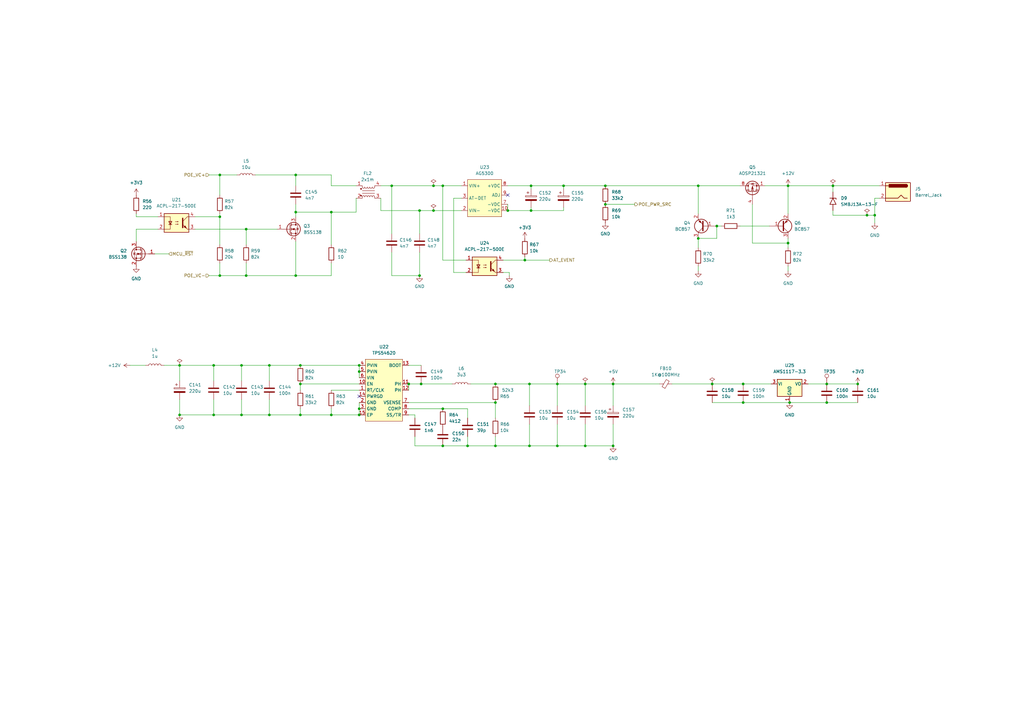
<source format=kicad_sch>
(kicad_sch (version 20211123) (generator eeschema)
  (paper "A3")
  (title_block (title "Kirdy") (date "2022-07-03") (rev "r0.1") (company "M-Labs") (comment 1 "Alex Wong Tat Hang"))
  (lib_symbols
    (symbol "Connector:Barrel_Jack" (pin_names (offset 1.016))
      (property "Reference" "J" (at 0 5.334 0))
      (property "Value" "Barrel_Jack" (at 0 -5.08 0))
      (symbol "Barrel_Jack_0_1"
        (rectangle (start -5.08 3.81) (end 5.08 -3.81) (stroke (width 0.254)) (fill (type background)))
        (arc (start -3.302 3.175) (mid -3.937 2.54) (end -3.302 1.905) (stroke (width 0.254)))
        (arc (start -3.302 3.175) (mid -3.937 2.54) (end -3.302 1.905) (stroke (width 0.254)) (fill (type outline)))
        (polyline (pts (xy 5.08 2.54) (xy 3.81 2.54)) (stroke (width 0.254)))
        (polyline (pts (xy -3.81 -2.54) (xy -2.54 -2.54) (xy -1.27 -1.27) (xy 0 -2.54) (xy 2.54 -2.54) (xy 5.08 -2.54)) (stroke (width 0.254)))
        (rectangle (start 3.683 3.175) (end -3.302 1.905) (stroke (width 0.254)) (fill (type outline)))
      )
      (symbol "Barrel_Jack_1_1"
        (pin passive line (at 7.62 2.54 180) (length 2.54) (name "~") (number "1"))
        (pin passive line (at 7.62 -2.54 180) (length 2.54) (name "~") (number "2"))
      )
    )
    (symbol "Connector:TestPoint" (pin_numbers hide) (pin_names (offset 0.762) hide)
      (property "Reference" "TP" (at 0 6.858 0))
      (property "Value" "TestPoint" (at 0 5.08 0))
      (symbol "TestPoint_0_1"
        (circle (center 0 3.302) (radius 0.762))
      )
      (symbol "TestPoint_1_1"
        (pin passive line (at 0 0 90) (length 2.54) (name "1") (number "1"))
      )
    )
    (symbol "Device:C" (pin_numbers hide) (pin_names (offset 0.254))
      (property "Reference" "C" (at 0.635 2.54 0))
      (property "Value" "C" (at 0.635 -2.54 0))
      (symbol "C_0_1"
        (polyline (pts (xy -2.032 -0.762) (xy 2.032 -0.762)) (stroke (width 0.508)))
        (polyline (pts (xy -2.032 0.762) (xy 2.032 0.762)) (stroke (width 0.508)))
      )
      (symbol "C_1_1"
        (pin passive line (at 0 3.81 270) (length 2.794) (name "~") (number "1"))
        (pin passive line (at 0 -3.81 90) (length 2.794) (name "~") (number "2"))
      )
    )
    (symbol "Device:C_Polarized" (pin_numbers hide) (pin_names (offset 0.254))
      (property "Reference" "C" (at 0.635 2.54 0))
      (property "Value" "C_Polarized" (at 0.635 -2.54 0))
      (symbol "C_Polarized_0_1"
        (rectangle (start -2.286 0.508) (end 2.286 1.016))
        (polyline (pts (xy -1.778 2.286) (xy -0.762 2.286)))
        (polyline (pts (xy -1.27 2.794) (xy -1.27 1.778)))
        (rectangle (start 2.286 -0.508) (end -2.286 -1.016) (fill (type outline)))
      )
      (symbol "C_Polarized_1_1"
        (pin passive line (at 0 3.81 270) (length 2.794) (name "~") (number "1"))
        (pin passive line (at 0 -3.81 90) (length 2.794) (name "~") (number "2"))
      )
    )
    (symbol "Device:FerriteBead_Small" (pin_numbers hide) (pin_names (offset 0))
      (property "Reference" "FB" (at 1.905 1.27 0))
      (property "Value" "FerriteBead_Small" (at 1.905 -1.27 0))
      (symbol "FerriteBead_Small_0_1"
        (polyline (pts (xy 0 -1.27) (xy 0 -0.7874)))
        (polyline (pts (xy 0 0.889) (xy 0 1.2954)))
        (polyline (pts (xy -1.8288 0.2794) (xy -1.1176 1.4986) (xy 1.8288 -0.2032) (xy 1.1176 -1.4224) (xy -1.8288 0.2794)))
      )
      (symbol "FerriteBead_Small_1_1"
        (pin passive line (at 0 2.54 270) (length 1.27) (name "~") (number "1"))
        (pin passive line (at 0 -2.54 90) (length 1.27) (name "~") (number "2"))
      )
    )
    (symbol "Device:Filter_EMI_LL_1423" (pin_names hide)
      (property "Reference" "FL" (at 0 4.445 0))
      (property "Value" "Filter_EMI_LL_1423" (at 0 -4.445 0))
      (symbol "Filter_EMI_LL_1423_0_1"
        (circle (center -3.048 -1.27) (radius 0.254) (fill (type outline)))
        (circle (center -3.048 1.524) (radius 0.254) (fill (type outline)))
        (arc (start -2.54 2.032) (mid -2.032 1.524) (end -1.524 2.032))
        (arc (start -1.524 -2.032) (mid -2.032 -1.524) (end -2.54 -2.032))
        (arc (start -1.524 2.032) (mid -1.016 1.524) (end -0.508 2.032))
        (arc (start -0.508 -2.032) (mid -1.016 -1.524) (end -1.524 -2.032))
        (arc (start -0.508 2.032) (mid 0 1.524) (end 0.508 2.032))
        (polyline (pts (xy -2.54 -2.032) (xy -2.54 -2.54)))
        (polyline (pts (xy -2.54 0.508) (xy 2.54 0.508)))
        (polyline (pts (xy -2.54 2.032) (xy -2.54 2.54)))
        (polyline (pts (xy 2.54 -2.032) (xy 2.54 -2.54)))
        (polyline (pts (xy 2.54 -0.508) (xy -2.54 -0.508)))
        (polyline (pts (xy 2.54 2.54) (xy 2.54 2.032)))
        (arc (start 0.508 -2.032) (mid 0 -1.524) (end -0.508 -2.032))
        (arc (start 0.508 2.032) (mid 1.016 1.524) (end 1.524 2.032))
        (arc (start 1.524 -2.032) (mid 1.016 -1.524) (end 0.508 -2.032))
        (arc (start 1.524 2.032) (mid 2.032 1.524) (end 2.54 2.032))
        (arc (start 2.54 -2.032) (mid 2.032 -1.524) (end 1.524 -2.032))
      )
      (symbol "Filter_EMI_LL_1423_1_1"
        (pin passive line (at -5.08 -2.54 0) (length 2.54) (name "1") (number "1"))
        (pin passive line (at -5.08 2.54 0) (length 2.54) (name "2") (number "2"))
        (pin passive line (at 5.08 2.54 180) (length 2.54) (name "3") (number "3"))
        (pin passive line (at 5.08 -2.54 180) (length 2.54) (name "4") (number "4"))
      )
    )
    (symbol "Device:L" (pin_numbers hide) (pin_names (offset 1.016) hide)
      (property "Reference" "L" (at -1.27 0 90))
      (property "Value" "L" (at 1.905 0 90))
      (symbol "L_0_1"
        (arc (start 0 -2.54) (mid 0.635 -1.905) (end 0 -1.27))
        (arc (start 0 -1.27) (mid 0.635 -0.635) (end 0 0))
        (arc (start 0 0) (mid 0.635 0.635) (end 0 1.27))
        (arc (start 0 1.27) (mid 0.635 1.905) (end 0 2.54))
      )
      (symbol "L_1_1"
        (pin passive line (at 0 3.81 270) (length 1.27) (name "1") (number "1"))
        (pin passive line (at 0 -3.81 90) (length 1.27) (name "2") (number "2"))
      )
    )
    (symbol "Device:R" (pin_numbers hide) (pin_names (offset 0))
      (property "Reference" "R" (at 2.032 0 90))
      (property "Value" "R" (at 0 0 90))
      (symbol "R_0_1"
        (rectangle (start -1.016 -2.54) (end 1.016 2.54) (stroke (width 0.254)))
      )
      (symbol "R_1_1"
        (pin passive line (at 0 3.81 270) (length 1.27) (name "~") (number "1"))
        (pin passive line (at 0 -3.81 90) (length 1.27) (name "~") (number "2"))
      )
    )
    (symbol "Diode:SM6T15A" (pin_numbers hide) (pin_names (offset 1.016) hide)
      (property "Reference" "D" (at 0 2.54 0))
      (property "Value" "SM6T15A" (at 0 -2.54 0))
      (symbol "SM6T15A_0_1"
        (polyline (pts (xy -0.762 1.27) (xy -1.27 1.27) (xy -1.27 -1.27)) (stroke (width 0.254)))
        (polyline (pts (xy 1.27 1.27) (xy 1.27 -1.27) (xy -1.27 0) (xy 1.27 1.27)) (stroke (width 0.254)))
      )
      (symbol "SM6T15A_1_1"
        (pin passive line (at -3.81 0 0) (length 2.54) (name "A1") (number "1"))
        (pin passive line (at 3.81 0 180) (length 2.54) (name "A2") (number "2"))
      )
    )
    (symbol "Isolator:SFH617A-2X009T"
      (property "Reference" "U" (at -3.81 5.08 0))
      (property "Value" "SFH617A-2X009T" (at 0 -5.08 0))
      (symbol "SFH617A-2X009T_1_1"
        (rectangle (start -5.08 3.81) (end 5.08 -3.81) (stroke (width 0.254)) (fill (type background)))
        (polyline (pts (xy -3.175 -0.635) (xy -1.905 -0.635)) (stroke (width 0.254)))
        (polyline (pts (xy 2.54 0.635) (xy 4.445 2.54)))
        (polyline (pts (xy 4.445 -2.54) (xy 2.54 -0.635)) (fill (type outline)))
        (polyline (pts (xy 4.445 -2.54) (xy 5.08 -2.54)))
        (polyline (pts (xy 4.445 2.54) (xy 5.08 2.54)))
        (polyline (pts (xy -5.08 2.54) (xy -2.54 2.54) (xy -2.54 -0.762)))
        (polyline (pts (xy -2.54 -0.635) (xy -2.54 -2.54) (xy -5.08 -2.54)))
        (polyline (pts (xy 2.54 1.905) (xy 2.54 -1.905) (xy 2.54 -1.905)) (stroke (width 0.508)))
        (polyline (pts (xy -2.54 -0.635) (xy -3.175 0.635) (xy -1.905 0.635) (xy -2.54 -0.635)) (stroke (width 0.254)))
        (polyline (pts (xy -0.508 -0.508) (xy 0.762 -0.508) (xy 0.381 -0.635) (xy 0.381 -0.381) (xy 0.762 -0.508)))
        (polyline (pts (xy -0.508 0.508) (xy 0.762 0.508) (xy 0.381 0.381) (xy 0.381 0.635) (xy 0.762 0.508)))
        (polyline (pts (xy 3.048 -1.651) (xy 3.556 -1.143) (xy 4.064 -2.159) (xy 3.048 -1.651) (xy 3.048 -1.651)) (fill (type outline)))
        (pin passive line (at -7.62 2.54 0) (length 2.54) (name "~") (number "1"))
        (pin passive line (at -7.62 -2.54 0) (length 2.54) (name "~") (number "2"))
        (pin passive line (at 7.62 -2.54 180) (length 2.54) (name "~") (number "3"))
        (pin passive line (at 7.62 2.54 180) (length 2.54) (name "~") (number "4"))
      )
    )
    (symbol "Regulator_Linear:AMS1117-3.3" (pin_names (offset 0.254))
      (property "Reference" "U" (at -3.81 3.175 0))
      (property "Value" "AMS1117-3.3" (at 0 3.175 0))
      (symbol "AMS1117-3.3_0_1"
        (rectangle (start -5.08 -5.08) (end 5.08 1.905) (stroke (width 0.254)) (fill (type background)))
      )
      (symbol "AMS1117-3.3_1_1"
        (pin power_in line (at 0 -7.62 90) (length 2.54) (name "GND") (number "1"))
        (pin power_out line (at 7.62 0 180) (length 2.54) (name "VO") (number "2"))
        (pin power_in line (at -7.62 0 0) (length 2.54) (name "VI") (number "3"))
      )
    )
    (symbol "Transistor_BJT:BC857" (pin_names (offset 0) hide)
      (property "Reference" "Q" (at 5.08 1.905 0))
      (property "Value" "BC857" (at 5.08 0 0))
      (symbol "BC857_0_1"
        (polyline (pts (xy 0.635 0.635) (xy 2.54 2.54)))
        (polyline (pts (xy 0.635 -0.635) (xy 2.54 -2.54) (xy 2.54 -2.54)))
        (polyline (pts (xy 0.635 1.905) (xy 0.635 -1.905) (xy 0.635 -1.905)) (stroke (width 0.508)))
        (polyline (pts (xy 2.286 -1.778) (xy 1.778 -2.286) (xy 1.27 -1.27) (xy 2.286 -1.778) (xy 2.286 -1.778)) (fill (type outline)))
        (circle (center 1.27 0) (radius 2.8194) (stroke (width 0.254)))
      )
      (symbol "BC857_1_1"
        (pin input line (at -5.08 0 0) (length 5.715) (name "B") (number "1"))
        (pin passive line (at 2.54 -5.08 90) (length 2.54) (name "E") (number "2"))
        (pin passive line (at 2.54 5.08 270) (length 2.54) (name "C") (number "3"))
      )
    )
    (symbol "Transistor_FET:BSS138" (pin_names hide)
      (property "Reference" "Q" (at 5.08 1.905 0))
      (property "Value" "BSS138" (at 5.08 0 0))
      (symbol "BSS138_0_1"
        (polyline (pts (xy 0.254 0) (xy -2.54 0)))
        (polyline (pts (xy 0.254 1.905) (xy 0.254 -1.905)) (stroke (width 0.254)))
        (polyline (pts (xy 0.762 -1.27) (xy 0.762 -2.286)) (stroke (width 0.254)))
        (polyline (pts (xy 0.762 0.508) (xy 0.762 -0.508)) (stroke (width 0.254)))
        (polyline (pts (xy 0.762 2.286) (xy 0.762 1.27)) (stroke (width 0.254)))
        (polyline (pts (xy 2.54 2.54) (xy 2.54 1.778)))
        (polyline (pts (xy 2.54 -2.54) (xy 2.54 0) (xy 0.762 0)))
        (polyline (pts (xy 0.762 -1.778) (xy 3.302 -1.778) (xy 3.302 1.778) (xy 0.762 1.778)))
        (polyline (pts (xy 1.016 0) (xy 2.032 0.381) (xy 2.032 -0.381) (xy 1.016 0)) (fill (type outline)))
        (polyline (pts (xy 2.794 0.508) (xy 2.921 0.381) (xy 3.683 0.381) (xy 3.81 0.254)))
        (polyline (pts (xy 3.302 0.381) (xy 2.921 -0.254) (xy 3.683 -0.254) (xy 3.302 0.381)))
        (circle (center 1.651 0) (radius 2.794) (stroke (width 0.254)))
        (circle (center 2.54 -1.778) (radius 0.254) (fill (type outline)))
        (circle (center 2.54 1.778) (radius 0.254) (fill (type outline)))
      )
      (symbol "BSS138_1_1"
        (pin input line (at -5.08 0 0) (length 2.54) (name "G") (number "1"))
        (pin passive line (at 2.54 -5.08 90) (length 2.54) (name "S") (number "2"))
        (pin passive line (at 2.54 5.08 270) (length 2.54) (name "D") (number "3"))
      )
    )
    (symbol "Transistor_FET:FDS9435A" (pin_names hide)
      (property "Reference" "Q" (at 5.08 1.905 0))
      (property "Value" "FDS9435A" (at 5.08 0 0))
      (symbol "FDS9435A_0_1"
        (polyline (pts (xy 0.254 0) (xy -2.54 0)))
        (polyline (pts (xy 0.254 1.905) (xy 0.254 -1.905)) (stroke (width 0.254)))
        (polyline (pts (xy 0.762 -1.27) (xy 0.762 -2.286)) (stroke (width 0.254)))
        (polyline (pts (xy 0.762 0.508) (xy 0.762 -0.508)) (stroke (width 0.254)))
        (polyline (pts (xy 0.762 2.286) (xy 0.762 1.27)) (stroke (width 0.254)))
        (polyline (pts (xy 2.54 2.54) (xy 2.54 1.778)))
        (polyline (pts (xy 2.54 -2.54) (xy 2.54 0) (xy 0.762 0)))
        (polyline (pts (xy 0.762 1.778) (xy 3.302 1.778) (xy 3.302 -1.778) (xy 0.762 -1.778)))
        (polyline (pts (xy 2.286 0) (xy 1.27 0.381) (xy 1.27 -0.381) (xy 2.286 0)) (fill (type outline)))
        (polyline (pts (xy 2.794 -0.508) (xy 2.921 -0.381) (xy 3.683 -0.381) (xy 3.81 -0.254)))
        (polyline (pts (xy 3.302 -0.381) (xy 2.921 0.254) (xy 3.683 0.254) (xy 3.302 -0.381)))
        (circle (center 1.651 0) (radius 2.794) (stroke (width 0.254)))
        (circle (center 2.54 -1.778) (radius 0.254) (fill (type outline)))
        (circle (center 2.54 1.778) (radius 0.254) (fill (type outline)))
      )
      (symbol "FDS9435A_1_1"
        (pin passive line (at 2.54 -5.08 90) (length 2.54) (name "S") (number "1"))
        (pin passive line (at 2.54 -5.08 90) (length 2.54) hide (name "S") (number "2"))
        (pin passive line (at 2.54 -5.08 90) (length 2.54) hide (name "S") (number "3"))
        (pin passive line (at -5.08 0 0) (length 2.54) (name "G") (number "4"))
        (pin passive line (at 2.54 5.08 270) (length 2.54) hide (name "D") (number "5"))
        (pin passive line (at 2.54 5.08 270) (length 2.54) hide (name "D") (number "6"))
        (pin passive line (at 2.54 5.08 270) (length 2.54) hide (name "D") (number "7"))
        (pin passive line (at 2.54 5.08 270) (length 2.54) (name "D") (number "8"))
      )
    )
    (symbol "kirdy:AG5300"
      (property "Reference" "U" (at 6.35 -6.35 0))
      (property "Value" "AG5300" (at -2.54 -6.35 0))
      (symbol "AG5300_0_0"
        (pin power_in line (at -8.89 7.62 0) (length 2.54) (name "VIN+") (number "1"))
        (pin power_out line (at 10.16 -2.54 180) (length 2.54) (name "-VDC") (number "10"))
        (pin power_in line (at -8.89 -2.54 0) (length 2.54) (name "VIN-") (number "2"))
        (pin output line (at -8.89 2.54 0) (length 2.54) (name "AT-DET") (number "3"))
        (pin no_connect line (at -0.635 5.715 90) (length 2.54) hide (name "NC") (number "4"))
        (pin no_connect line (at 0.635 5.715 90) (length 2.54) hide (name "NC") (number "5"))
        (pin no_connect line (at 1.905 5.715 90) (length 2.54) hide (name "NC") (number "6"))
        (pin passive line (at 10.16 0 180) (length 2.54) (name "-VDC") (number "7"))
        (pin power_out line (at 10.16 7.62 180) (length 2.54) (name "+VDC") (number "8"))
        (pin input line (at 10.16 3.81 180) (length 2.54) (name "ADJ") (number "9"))
      )
      (symbol "AG5300_0_1"
        (rectangle (start -6.35 10.16) (end 7.62 -5.08) (fill (type background)))
      )
    )
    (symbol "kirdy:TPS54620"
      (property "Reference" "U" (at 0 -17.78 0))
      (property "Value" "TPS54620" (at 0 -15.24 0))
      (symbol "TPS54620_0_0"
        (pin input line (at -10.16 0 0) (length 2.54) (name "RT/CLK") (number "1"))
        (pin input line (at -10.16 2.54 0) (length 2.54) (name "EN") (number "10"))
        (pin power_out line (at 10.16 2.54 180) (length 2.54) (name "PH") (number "11"))
        (pin passive line (at 10.16 0 180) (length 2.54) (name "PH") (number "12"))
        (pin input line (at 10.16 10.16 180) (length 2.54) (name "BOOT") (number "13"))
        (pin output line (at -10.16 -2.54 0) (length 2.54) (name "PWRGD") (number "14"))
        (pin power_in line (at -10.16 -10.16 0) (length 2.54) (name "EP") (number "15"))
        (pin power_in line (at -10.16 -5.08 0) (length 2.54) (name "GND") (number "2"))
        (pin power_in line (at -10.16 -7.62 0) (length 2.54) (name "GND") (number "3"))
        (pin power_in line (at -10.16 10.16 0) (length 2.54) (name "PVIN") (number "4"))
        (pin power_in line (at -10.16 7.62 0) (length 2.54) (name "PVIN") (number "5"))
        (pin power_in line (at -10.16 5.08 0) (length 2.54) (name "VIN") (number "6"))
        (pin input line (at 10.16 -5.08 180) (length 2.54) (name "VSENSE") (number "7"))
        (pin output line (at 10.16 -7.62 180) (length 2.54) (name "COMP") (number "8"))
        (pin output line (at 10.16 -10.16 180) (length 2.54) (name "SS/TR") (number "9"))
      )
      (symbol "TPS54620_0_1"
        (rectangle (start -7.62 12.7) (end 7.62 -12.7) (fill (type background)))
      )
    )
    (symbol "power:+12V" (power) (pin_names (offset 0))
      (property "Value" "+12V" (at 0 3.556 0))
      (symbol "+12V_0_1"
        (polyline (pts (xy -0.762 1.27) (xy 0 2.54)))
        (polyline (pts (xy 0 0) (xy 0 2.54)))
        (polyline (pts (xy 0 2.54) (xy 0.762 1.27)))
      )
      (symbol "+12V_1_1"
        (pin power_in line (at 0 0 90) (length 0) hide (name "+12V") (number "1"))
      )
    )
    (symbol "power:+3V3" (power) (pin_names (offset 0))
      (property "Value" "+3V3" (at 0 3.556 0))
      (symbol "+3V3_0_1"
        (polyline (pts (xy -0.762 1.27) (xy 0 2.54)))
        (polyline (pts (xy 0 0) (xy 0 2.54)))
        (polyline (pts (xy 0 2.54) (xy 0.762 1.27)))
      )
      (symbol "+3V3_1_1"
        (pin power_in line (at 0 0 90) (length 0) hide (name "+3V3") (number "1"))
      )
    )
    (symbol "power:+5V" (power) (pin_names (offset 0))
      (property "Value" "+5V" (at 0 3.556 0))
      (symbol "+5V_0_1"
        (polyline (pts (xy -0.762 1.27) (xy 0 2.54)))
        (polyline (pts (xy 0 0) (xy 0 2.54)))
        (polyline (pts (xy 0 2.54) (xy 0.762 1.27)))
      )
      (symbol "+5V_1_1"
        (pin power_in line (at 0 0 90) (length 0) hide (name "+5V") (number "1"))
      )
    )
    (symbol "power:GND" (power) (pin_names (offset 0))
      (property "Value" "GND" (at 0 -3.81 0))
      (symbol "GND_0_1"
        (polyline (pts (xy 0 0) (xy 0 -1.27) (xy 1.27 -1.27) (xy 0 -2.54) (xy -1.27 -1.27) (xy 0 -1.27)))
      )
      (symbol "GND_1_1"
        (pin power_in line (at 0 0 270) (length 0) hide (name "GND") (number "1"))
      )
    )
    (symbol "power:PWR_FLAG" (power) (pin_numbers hide) (pin_names (offset 0) hide)
      (property "Value" "PWR_FLAG" (at 0 3.81 0))
      (symbol "PWR_FLAG_0_0"
        (pin power_out line (at 0 0 90) (length 0) (name "pwr") (number "1"))
      )
      (symbol "PWR_FLAG_0_1"
        (polyline (pts (xy 0 0) (xy 0 1.27) (xy -1.016 1.905) (xy 0 2.54) (xy 1.016 1.905) (xy 0 1.27)))
      )
    )
  )
  (junction (at 87.63 149.86))
  (junction (at 351.79 157.48))
  (junction (at 323.215 99.695))
  (junction (at 181.61 182.88))
  (junction (at 147.32 167.64))
  (junction (at 100.965 93.98))
  (junction (at 251.46 182.88))
  (junction (at 181.61 167.64))
  (junction (at 121.285 86.995))
  (junction (at 304.8 165.1))
  (junction (at 228.6 157.48))
  (junction (at 203.2 157.48))
  (junction (at 90.17 113.03))
  (junction (at 135.89 86.995))
  (junction (at 294.005 92.71))
  (junction (at 251.46 157.48))
  (junction (at 110.49 170.18))
  (junction (at 167.64 157.48))
  (junction (at 172.085 113.03))
  (junction (at 135.89 170.18))
  (junction (at 73.66 170.18))
  (junction (at 248.285 83.82))
  (junction (at 177.8 86.36))
  (junction (at 358.775 88.265))
  (junction (at 90.17 88.9))
  (junction (at 240.03 182.88))
  (junction (at 147.32 149.86))
  (junction (at 203.2 182.88))
  (junction (at 323.85 165.1))
  (junction (at 121.285 113.03))
  (junction (at 240.03 157.48))
  (junction (at 110.49 149.86))
  (junction (at 339.09 165.1))
  (junction (at 181.61 76.2))
  (junction (at 160.655 76.2))
  (junction (at 121.285 71.755))
  (junction (at 123.19 170.18))
  (junction (at 304.8 157.48))
  (junction (at 339.09 157.48))
  (junction (at 203.2 165.1))
  (junction (at 248.285 76.2))
  (junction (at 217.17 182.88))
  (junction (at 286.385 76.2))
  (junction (at 177.8 76.2))
  (junction (at 292.1 157.48))
  (junction (at 217.17 157.48))
  (junction (at 217.805 76.2))
  (junction (at 87.63 170.18))
  (junction (at 231.14 76.2))
  (junction (at 217.805 86.36))
  (junction (at 123.19 149.86))
  (junction (at 73.66 149.86))
  (junction (at 341.63 76.2))
  (junction (at 90.17 71.755))
  (junction (at 99.06 170.18))
  (junction (at 215.265 106.68))
  (junction (at 100.965 113.03))
  (junction (at 286.385 97.79))
  (junction (at 147.32 152.4))
  (junction (at 228.6 182.88))
  (junction (at 355.6 88.265))
  (junction (at 191.77 182.88))
  (junction (at 99.06 149.86))
  (junction (at 172.085 86.36))
  (junction (at 323.215 76.2))
  (junction (at 123.19 157.48))
  (junction (at 147.32 170.18))
  (junction (at 172.72 157.48))
  (junction (at 208.28 86.36))
  (no_connect (at 208.28 80.01))
  (no_connect (at 147.32 162.56))
  (wire (pts (xy 104.775 71.755) (xy 121.285 71.755)))
  (wire (pts (xy 121.285 86.995) (xy 121.285 88.9)))
  (wire (pts (xy 135.89 167.64) (xy 135.89 170.18)))
  (wire (pts (xy 146.05 76.2) (xy 135.89 76.2)))
  (wire (pts (xy 87.63 149.86) (xy 99.06 149.86)))
  (wire (pts (xy 147.32 165.1) (xy 147.32 167.64)))
  (wire (pts (xy 217.805 85.09) (xy 217.805 86.36)))
  (wire (pts (xy 80.01 93.98) (xy 100.965 93.98)))
  (wire (pts (xy 217.805 86.36) (xy 231.14 86.36)))
  (wire (pts (xy 110.49 149.86) (xy 123.19 149.86)))
  (wire (pts (xy 63.5 104.14) (xy 69.215 104.14)))
  (wire (pts (xy 160.655 113.03) (xy 172.085 113.03)))
  (wire (pts (xy 135.89 86.995) (xy 135.89 100.33)))
  (wire (pts (xy 99.06 163.83) (xy 99.06 170.18)))
  (wire (pts (xy 146.05 81.28) (xy 146.05 86.995)))
  (wire (pts (xy 208.28 83.82) (xy 208.28 86.36)))
  (wire (pts (xy 172.085 103.505) (xy 172.085 113.03)))
  (wire (pts (xy 135.89 160.02) (xy 147.32 160.02)))
  (wire (pts (xy 228.6 182.88) (xy 240.03 182.88)))
  (wire (pts (xy 341.63 76.2) (xy 360.68 76.2)))
  (wire (pts (xy 99.06 170.18) (xy 110.49 170.18)))
  (wire (pts (xy 110.49 170.18) (xy 123.19 170.18)))
  (wire (pts (xy 156.21 86.36) (xy 172.085 86.36)))
  (wire (pts (xy 292.1 165.1) (xy 304.8 165.1)))
  (wire (pts (xy 170.18 179.07) (xy 170.18 182.88)))
  (wire (pts (xy 203.2 182.88) (xy 203.2 179.07)))
  (wire (pts (xy 181.61 167.64) (xy 191.77 167.64)))
  (wire (pts (xy 217.17 157.48) (xy 217.17 166.37)))
  (wire (pts (xy 53.34 149.86) (xy 59.69 149.86)))
  (wire (pts (xy 313.69 76.2) (xy 323.215 76.2)))
  (wire (pts (xy 177.8 76.2) (xy 181.61 76.2)))
  (wire (pts (xy 231.14 76.2) (xy 248.285 76.2)))
  (wire (pts (xy 147.32 149.86) (xy 147.32 152.4)))
  (wire (pts (xy 85.725 113.03) (xy 90.17 113.03)))
  (wire (pts (xy 80.01 88.9) (xy 90.17 88.9)))
  (wire (pts (xy 167.64 149.86) (xy 172.72 149.86)))
  (wire (pts (xy 123.19 157.48) (xy 123.19 160.02)))
  (wire (pts (xy 208.28 86.36) (xy 217.805 86.36)))
  (wire (pts (xy 100.965 113.03) (xy 100.965 107.95)))
  (wire (pts (xy 123.19 167.64) (xy 123.19 170.18)))
  (wire (pts (xy 73.66 163.83) (xy 73.66 170.18)))
  (wire (pts (xy 240.03 157.48) (xy 240.03 166.37)))
  (wire (pts (xy 251.46 182.88) (xy 251.46 173.99)))
  (wire (pts (xy 121.285 86.995) (xy 135.89 86.995)))
  (wire (pts (xy 304.8 157.48) (xy 316.23 157.48)))
  (wire (pts (xy 251.46 157.48) (xy 270.51 157.48)))
  (wire (pts (xy 99.06 149.86) (xy 110.49 149.86)))
  (wire (pts (xy 177.8 86.36) (xy 189.23 86.36)))
  (wire (pts (xy 135.89 71.755) (xy 121.285 71.755)))
  (wire (pts (xy 167.64 165.1) (xy 203.2 165.1)))
  (wire (pts (xy 90.17 80.01) (xy 90.17 71.755)))
  (wire (pts (xy 251.46 157.48) (xy 251.46 166.37)))
  (wire (pts (xy 323.215 76.2) (xy 323.215 87.63)))
  (wire (pts (xy 123.19 157.48) (xy 147.32 157.48)))
  (wire (pts (xy 135.89 113.03) (xy 121.285 113.03)))
  (wire (pts (xy 358.775 81.28) (xy 360.68 81.28)))
  (wire (pts (xy 341.63 86.36) (xy 341.63 88.265)))
  (wire (pts (xy 87.63 170.18) (xy 99.06 170.18)))
  (wire (pts (xy 215.265 106.68) (xy 225.425 106.68)))
  (wire (pts (xy 135.89 170.18) (xy 147.32 170.18)))
  (wire (pts (xy 90.17 113.03) (xy 100.965 113.03)))
  (wire (pts (xy 339.09 157.48) (xy 351.79 157.48)))
  (wire (pts (xy 135.89 107.95) (xy 135.89 113.03)))
  (wire (pts (xy 231.14 76.2) (xy 231.14 77.47)))
  (wire (pts (xy 123.19 149.86) (xy 147.32 149.86)))
  (wire (pts (xy 248.285 76.2) (xy 286.385 76.2)))
  (wire (pts (xy 156.21 81.28) (xy 156.21 86.36)))
  (wire (pts (xy 55.88 93.98) (xy 64.77 93.98)))
  (wire (pts (xy 73.66 156.21) (xy 73.66 149.86)))
  (wire (pts (xy 206.375 111.76) (xy 208.915 111.76)))
  (wire (pts (xy 181.61 76.2) (xy 181.61 106.68)))
  (wire (pts (xy 121.285 113.03) (xy 100.965 113.03)))
  (wire (pts (xy 217.17 157.48) (xy 228.6 157.48)))
  (wire (pts (xy 90.17 87.63) (xy 90.17 88.9)))
  (wire (pts (xy 90.17 71.755) (xy 97.155 71.755)))
  (wire (pts (xy 172.085 86.36) (xy 172.085 95.885)))
  (wire (pts (xy 355.6 88.265) (xy 358.775 88.265)))
  (wire (pts (xy 208.915 111.76) (xy 208.915 113.03)))
  (wire (pts (xy 55.88 99.06) (xy 55.88 93.98)))
  (wire (pts (xy 203.2 157.48) (xy 217.17 157.48)))
  (wire (pts (xy 331.47 157.48) (xy 339.09 157.48)))
  (wire (pts (xy 123.19 170.18) (xy 135.89 170.18)))
  (wire (pts (xy 170.18 182.88) (xy 181.61 182.88)))
  (wire (pts (xy 323.215 76.2) (xy 341.63 76.2)))
  (wire (pts (xy 341.63 76.2) (xy 341.63 78.74)))
  (wire (pts (xy 191.77 182.88) (xy 203.2 182.88)))
  (wire (pts (xy 172.72 157.48) (xy 185.42 157.48)))
  (wire (pts (xy 121.285 71.755) (xy 121.285 76.2)))
  (wire (pts (xy 206.375 106.68) (xy 215.265 106.68)))
  (wire (pts (xy 186.055 111.76) (xy 191.135 111.76)))
  (wire (pts (xy 90.17 88.9) (xy 90.17 100.33)))
  (wire (pts (xy 110.49 163.83) (xy 110.49 170.18)))
  (wire (pts (xy 294.005 92.71) (xy 295.91 92.71)))
  (wire (pts (xy 100.965 93.98) (xy 113.665 93.98)))
  (wire (pts (xy 55.88 87.63) (xy 55.88 88.9)))
  (wire (pts (xy 203.2 182.88) (xy 217.17 182.88)))
  (wire (pts (xy 341.63 88.265) (xy 355.6 88.265)))
  (wire (pts (xy 286.385 97.79) (xy 286.385 101.6)))
  (wire (pts (xy 286.385 76.2) (xy 286.385 87.63)))
  (wire (pts (xy 100.965 93.98) (xy 100.965 100.33)))
  (wire (pts (xy 228.6 157.48) (xy 240.03 157.48)))
  (wire (pts (xy 181.61 76.2) (xy 189.23 76.2)))
  (wire (pts (xy 90.17 107.95) (xy 90.17 113.03)))
  (wire (pts (xy 215.265 105.41) (xy 215.265 106.68)))
  (wire (pts (xy 73.66 149.86) (xy 87.63 149.86)))
  (wire (pts (xy 308.61 83.82) (xy 308.61 99.695)))
  (wire (pts (xy 231.14 86.36) (xy 231.14 85.09)))
  (wire (pts (xy 217.805 76.2) (xy 217.805 77.47)))
  (wire (pts (xy 160.655 103.505) (xy 160.655 113.03)))
  (wire (pts (xy 147.32 167.64) (xy 147.32 170.18)))
  (wire (pts (xy 275.59 157.48) (xy 292.1 157.48)))
  (wire (pts (xy 358.775 88.265) (xy 358.775 81.28)))
  (wire (pts (xy 323.215 109.22) (xy 323.215 111.125)))
  (wire (pts (xy 286.385 109.22) (xy 286.385 111.125)))
  (wire (pts (xy 87.63 149.86) (xy 87.63 156.21)))
  (wire (pts (xy 304.8 165.1) (xy 323.85 165.1)))
  (wire (pts (xy 203.2 171.45) (xy 203.2 165.1)))
  (wire (pts (xy 167.64 157.48) (xy 172.72 157.48)))
  (wire (pts (xy 147.32 152.4) (xy 147.32 154.94)))
  (wire (pts (xy 121.285 99.06) (xy 121.285 113.03)))
  (wire (pts (xy 170.18 170.18) (xy 170.18 171.45)))
  (wire (pts (xy 193.04 157.48) (xy 203.2 157.48)))
  (wire (pts (xy 286.385 97.79) (xy 294.005 97.79)))
  (wire (pts (xy 189.23 81.28) (xy 186.055 81.28)))
  (wire (pts (xy 146.05 86.995) (xy 135.89 86.995)))
  (wire (pts (xy 248.285 83.82) (xy 260.35 83.82)))
  (wire (pts (xy 172.085 86.36) (xy 177.8 86.36)))
  (wire (pts (xy 228.6 157.48) (xy 228.6 166.37)))
  (wire (pts (xy 87.63 163.83) (xy 87.63 170.18)))
  (wire (pts (xy 191.77 182.88) (xy 191.77 179.07)))
  (wire (pts (xy 294.005 97.79) (xy 294.005 92.71)))
  (wire (pts (xy 181.61 106.68) (xy 191.135 106.68)))
  (wire (pts (xy 240.03 173.99) (xy 240.03 182.88)))
  (wire (pts (xy 121.285 83.82) (xy 121.285 86.995)))
  (wire (pts (xy 217.17 173.99) (xy 217.17 182.88)))
  (wire (pts (xy 167.64 170.18) (xy 170.18 170.18)))
  (wire (pts (xy 217.805 76.2) (xy 231.14 76.2)))
  (wire (pts (xy 181.61 182.88) (xy 191.77 182.88)))
  (wire (pts (xy 186.055 81.28) (xy 186.055 111.76)))
  (wire (pts (xy 73.66 170.18) (xy 87.63 170.18)))
  (wire (pts (xy 135.89 76.2) (xy 135.89 71.755)))
  (wire (pts (xy 67.31 149.86) (xy 73.66 149.86)))
  (wire (pts (xy 286.385 76.2) (xy 303.53 76.2)))
  (wire (pts (xy 228.6 173.99) (xy 228.6 182.88)))
  (wire (pts (xy 110.49 149.86) (xy 110.49 156.21)))
  (wire (pts (xy 191.77 167.64) (xy 191.77 171.45)))
  (wire (pts (xy 240.03 182.88) (xy 251.46 182.88)))
  (wire (pts (xy 160.655 76.2) (xy 177.8 76.2)))
  (wire (pts (xy 323.215 99.695) (xy 323.215 101.6)))
  (wire (pts (xy 308.61 99.695) (xy 323.215 99.695)))
  (wire (pts (xy 339.09 165.1) (xy 351.79 165.1)))
  (wire (pts (xy 167.64 167.64) (xy 181.61 167.64)))
  (wire (pts (xy 292.1 157.48) (xy 304.8 157.48)))
  (wire (pts (xy 303.53 92.71) (xy 315.595 92.71)))
  (wire (pts (xy 99.06 156.21) (xy 99.06 149.86)))
  (wire (pts (xy 167.64 157.48) (xy 167.64 160.02)))
  (wire (pts (xy 85.725 71.755) (xy 90.17 71.755)))
  (wire (pts (xy 156.21 76.2) (xy 160.655 76.2)))
  (wire (pts (xy 55.88 88.9) (xy 64.77 88.9)))
  (wire (pts (xy 160.655 76.2) (xy 160.655 95.885)))
  (wire (pts (xy 323.215 97.79) (xy 323.215 99.695)))
  (wire (pts (xy 240.03 157.48) (xy 251.46 157.48)))
  (wire (pts (xy 217.17 182.88) (xy 228.6 182.88)))
  (wire (pts (xy 358.775 91.44) (xy 358.775 88.265)))
  (wire (pts (xy 208.28 76.2) (xy 217.805 76.2)))
  (wire (pts (xy 323.85 165.1) (xy 339.09 165.1)))
  (hierarchical_label "POE_PWR_SRC" (shape output) (at 260.35 83.82 0))
  (hierarchical_label "POE_VC+" (shape input) (at 85.725 71.755 180))
  (hierarchical_label "AT_EVENT" (shape output) (at 225.425 106.68 0))
  (hierarchical_label "POE_VC-" (shape input) (at 85.725 113.03 180))
  (hierarchical_label "MCU_~{RST}" (shape input) (at 69.215 104.14 0))
  (symbol (lib_id "Device:L") (at 189.23 157.48 90) (unit 1)
    (property "Reference" "L6" (at 189.23 151.13 90))
    (property "Value" "3u3" (at 189.23 153.67 90))
    (property "Footprint" "Inductor_SMD:L_Wuerth_MAPI-4020" (effects hide))
    (property "MFR_PN" "74438356033" (effects hide))
  )
  (symbol (lib_id "Transistor_FET:BSS138") (at 118.745 93.98 0) (unit 1)
    (property "Reference" "Q3" (at 124.46 92.7099 0) (effects (justify left)))
    (property "Value" "BSS138" (at 124.46 95.2499 0) (effects (justify left)))
    (property "Footprint" "Package_TO_SOT_SMD:SOT-23" (effects hide))
    (property "Datasheet" "https://www.onsemi.com/pub/Collateral/BSS138-D.PDF" (effects hide))
    (property "MFR_PN" "BSS138W-TP" (effects hide))
    (property "MFR_PN_ALT" "BSS138W-7-F" (effects hide))
  )
  (symbol (lib_id "Device:R") (at 90.17 104.14 0) (unit 1)
    (property "Reference" "R58" (at 92.075 102.8699 0) (effects (justify left)))
    (property "Value" "20k" (at 92.075 105.4099 0) (effects (justify left)))
    (property "Footprint" "Resistor_SMD:R_0603_1608Metric" (effects hide))
    (property "MFR_PN" "RMCF0603FT20K0" (effects hide))
    (property "MFR_PN_ALT" "RC0603FR-0720KL" (effects hide))
  )
  (symbol (lib_id "Device:L") (at 100.965 71.755 90) (unit 1)
    (property "Reference" "L5" (at 100.965 66.04 90))
    (property "Value" "10u" (at 100.965 68.58 90))
    (property "Footprint" "Inductor_SMD:L_Wuerth_WE-PD-Typ-LS" (effects hide))
    (property "MFR_PN" "74477110" (effects hide))
  )
  (symbol (lib_id "Device:C") (at 170.18 175.26 0) (unit 1)
    (property "Reference" "C147" (at 173.99 173.9899 0) (effects (justify left)))
    (property "Value" "1n6" (at 173.99 176.5299 0) (effects (justify left)))
    (property "Footprint" "Capacitor_SMD:C_0603_1608Metric" (effects hide))
    (property "MFR_PN" "GCM1885C1H162FA16D" (effects hide))
    (property "MFR_PN_ALT" "C0603C162J5GAC7867" (effects hide))
  )
  (symbol (lib_id "Isolator:SFH617A-2X009T") (at 72.39 91.44 0) (unit 1)
    (property "Reference" "U21" (at 72.39 81.915 0))
    (property "Value" "ACPL-217-500E" (at 72.39 84.455 0))
    (property "Footprint" "Package_DIP:SMDIP-4_W7.62mm" (effects hide))
    (property "Datasheet" "http://www.vishay.com/docs/83740/sfh617a.pdf" (effects hide))
    (property "MFR_PN" "EL3H7(C)(TA)-VG" (effects hide))
  )
  (symbol (lib_id "Device:C") (at 121.285 80.01 0) (unit 1)
    (property "Reference" "C145" (at 125.095 78.7399 0) (effects (justify left)))
    (property "Value" "4n7" (at 125.095 81.2799 0) (effects (justify left)))
    (property "Footprint" "Capacitor_SMD:C_1206_3216Metric" (effects hide))
    (property "MFR_PN" "12067C472KAT2A" (effects hide))
    (property "MFR_PN_ALT" "1206B472K501NT" (effects hide))
  )
  (symbol (lib_id "Device:C") (at 240.03 170.18 0) (unit 1)
    (property "Reference" "C156" (at 243.84 168.9099 0) (effects (justify left)))
    (property "Value" "10u" (at 243.84 171.4499 0) (effects (justify left)))
    (property "Footprint" "Capacitor_SMD:C_0805_2012Metric" (effects hide))
    (property "MFR_PN" "CL21B106KOQNNNG" (effects hide))
    (property "MFR_PN_ALT" "CL21B106KOQNNNE" (effects hide))
  )
  (symbol (lib_id "Device:R") (at 100.965 104.14 0) (unit 1)
    (property "Reference" "R59" (at 102.87 102.8699 0) (effects (justify left)))
    (property "Value" "82k" (at 102.87 105.4099 0) (effects (justify left)))
    (property "Footprint" "Resistor_SMD:R_0603_1608Metric" (effects hide))
    (property "MFR_PN" "CRGCQ0603F82K" (effects hide))
    (property "MFR_PN_ALT" "RMCF0603FT82K0" (effects hide))
  )
  (symbol (lib_id "power:GND") (at 172.085 113.03 0) (unit 1)
    (property "Reference" "#PWR0129" (effects hide))
    (property "Value" "GND" (at 172.085 117.475 0))
  )
  (symbol (lib_id "Device:C") (at 160.655 99.695 0) (unit 1)
    (property "Reference" "C146" (at 163.83 98.4249 0) (effects (justify left)))
    (property "Value" "4n7" (at 163.83 100.9649 0) (effects (justify left)))
    (property "Footprint" "Capacitor_SMD:C_1206_3216Metric" (effects hide))
    (property "MFR_PN" "12067C472KAT2A" (effects hide))
    (property "MFR_PN_ALT" "1206B472K501NT" (effects hide))
  )
  (symbol (lib_id "power:GND") (at 358.775 91.44 0) (unit 1)
    (property "Reference" "#PWR0140" (effects hide))
    (property "Value" "GND" (at 358.775 96.52 0))
  )
  (symbol (lib_id "power:GND") (at 323.215 111.125 0) (unit 1)
    (property "Reference" "#PWR0137" (effects hide))
    (property "Value" "GND" (at 323.215 116.205 0))
  )
  (symbol (lib_id "power:GND") (at 208.915 113.03 0) (unit 1)
    (property "Reference" "#PWR0130" (effects hide))
    (property "Value" "GND" (at 208.915 117.475 0))
  )
  (symbol (lib_id "Device:R") (at 181.61 171.45 0) (unit 1)
    (property "Reference" "R64" (at 184.15 170.1799 0) (effects (justify left)))
    (property "Value" "4k12" (at 184.15 172.7199 0) (effects (justify left)))
    (property "Footprint" "Resistor_SMD:R_0603_1608Metric" (effects hide))
    (property "MFR_PN" "RMCF0603FT4K12" (effects hide))
    (property "MFR_PN_ALT" "RC0603FR-074K12L" (effects hide))
  )
  (symbol (lib_id "Device:C") (at 292.1 161.29 0) (unit 1)
    (property "Reference" "C158" (at 295.91 160.0199 0) (effects (justify left)))
    (property "Value" "10u" (at 295.91 162.5599 0) (effects (justify left)))
    (property "Footprint" "Capacitor_SMD:C_0805_2012Metric" (effects hide))
    (property "MFR_PN" "CL21B106KOQNNNG" (effects hide))
    (property "MFR_PN_ALT" "CL21B106KOQNNNE" (effects hide))
  )
  (symbol (lib_id "Device:C") (at 339.09 161.29 0) (unit 1)
    (property "Reference" "C160" (at 342.9 160.0199 0) (effects (justify left)))
    (property "Value" "100n" (at 342.9 162.5599 0) (effects (justify left)))
    (property "Footprint" "Capacitor_SMD:C_0603_1608Metric" (effects hide))
    (property "MFR_PN" "CL10B104KB8NNWC" (effects hide))
    (property "MFR_PN_ALT" "CL10B104KB8NNNL" (effects hide))
  )
  (symbol (lib_id "power:+12V") (at 323.215 76.2 0) (unit 1)
    (property "Reference" "#PWR0136" (effects hide))
    (property "Value" "+12V" (at 323.215 71.12 0))
  )
  (symbol (lib_id "power:PWR_FLAG") (at 292.1 157.48 0) (unit 1)
    (property "Reference" "#FLG0111" (effects hide))
    (property "Value" "PWR_FLAG" (effects hide))
  )
  (symbol (lib_id "power:GND") (at 286.385 111.125 0) (unit 1)
    (property "Reference" "#PWR0135" (effects hide))
    (property "Value" "GND" (at 286.385 116.205 0))
  )
  (symbol (lib_id "Device:C") (at 87.63 160.02 0) (unit 1)
    (property "Reference" "C142" (at 91.44 158.7499 0) (effects (justify left)))
    (property "Value" "10u" (at 91.44 161.2899 0) (effects (justify left)))
    (property "Footprint" "Capacitor_SMD:C_0805_2012Metric" (effects hide))
    (property "MFR_PN" "CL21B106KOQNNNG" (effects hide))
    (property "MFR_PN_ALT" "CL21B106KOQNNNE" (effects hide))
  )
  (symbol (lib_id "Device:R") (at 123.19 153.67 0) (unit 1)
    (property "Reference" "R60" (at 125.095 152.3999 0) (effects (justify left)))
    (property "Value" "82k" (at 125.095 154.9399 0) (effects (justify left)))
    (property "Footprint" "Resistor_SMD:R_0603_1608Metric" (effects hide))
    (property "MFR_PN" "CRGCQ0603F82K" (effects hide))
    (property "MFR_PN_ALT" "RMCF0603FT82K0" (effects hide))
  )
  (symbol (lib_id "Device:C_Polarized") (at 251.46 170.18 0) (unit 1)
    (property "Reference" "C157" (at 255.27 168.0209 0) (effects (justify left)))
    (property "Value" "220u" (at 255.27 170.5609 0) (effects (justify left)))
    (property "Footprint" "Capacitor_Tantalum_SMD:CP_EIA-7343-15_Kemet-W" (effects hide))
    (property "MFR_PN" "T491D227K016AT" (effects hide))
    (property "MFR_PN_ALT" "293D227X9016E2TE3" (effects hide))
  )
  (symbol (lib_id "Device:C") (at 172.72 153.67 0) (unit 1)
    (property "Reference" "C149" (at 176.53 152.3999 0) (effects (justify left)))
    (property "Value" "100n" (at 176.53 154.9399 0) (effects (justify left)))
    (property "Footprint" "Capacitor_SMD:C_0603_1608Metric" (effects hide))
    (property "MFR_PN" "CL10B104KB8NNWC" (effects hide))
    (property "MFR_PN_ALT" "CL10B104KB8NNNL" (effects hide))
  )
  (symbol (lib_id "Diode:SM6T15A") (at 341.63 82.55 270) (unit 1)
    (property "Reference" "D9" (at 344.805 81.2799 90) (effects (justify left)))
    (property "Value" "SMBJ13A-13-F" (at 344.805 83.8199 90) (effects (justify left)))
    (property "Footprint" "Diode_SMD:D_SMB" (effects hide))
    (property "Datasheet" "https://www.st.com/resource/en/datasheet/sm6t.pdf" (effects hide))
    (property "MFR_PN" "SMBJ13A-13-F" (effects hide))
    (property "MFR_PN_ALT" "P6SMB16A" (effects hide))
  )
  (symbol (lib_id "Device:C") (at 228.6 170.18 0) (unit 1)
    (property "Reference" "C154" (at 232.41 168.9099 0) (effects (justify left)))
    (property "Value" "10u" (at 232.41 171.4499 0) (effects (justify left)))
    (property "Footprint" "Capacitor_SMD:C_0805_2012Metric" (effects hide))
    (property "MFR_PN" "CL21B106KOQNNNG" (effects hide))
    (property "MFR_PN_ALT" "CL21B106KOQNNNE" (effects hide))
  )
  (symbol (lib_id "Device:R") (at 203.2 161.29 180) (unit 1)
    (property "Reference" "R65" (at 207.01 162.56 0))
    (property "Value" "52k3" (at 208.28 160.02 0))
    (property "Footprint" "Resistor_SMD:R_0603_1608Metric" (effects hide))
    (property "MFR_PN" "CR0603-FX-5232ELF" (effects hide))
    (property "MFR_PN_ALT" "ERJ-3EKF5232V" (effects hide))
  )
  (symbol (lib_id "Device:C") (at 191.77 175.26 0) (unit 1)
    (property "Reference" "C151" (at 195.58 173.9899 0) (effects (justify left)))
    (property "Value" "39p" (at 195.58 176.5299 0) (effects (justify left)))
    (property "Footprint" "Capacitor_SMD:C_0603_1608Metric" (effects hide))
    (property "MFR_PN" "0603N390J500CT" (effects hide))
    (property "MFR_PN_ALT" "CML0603C0G390JT50V" (effects hide))
  )
  (symbol (lib_id "power:+3V3") (at 55.88 80.01 0) (unit 1)
    (property "Reference" "#PWR0126" (effects hide))
    (property "Value" "+3V3" (at 55.88 74.93 0))
  )
  (symbol (lib_id "Device:R") (at 248.285 80.01 0) (unit 1)
    (property "Reference" "R68" (at 250.825 78.7399 0) (effects (justify left)))
    (property "Value" "33k2" (at 250.825 81.2799 0) (effects (justify left)))
    (property "Footprint" "Resistor_SMD:R_0603_1608Metric" (effects hide))
    (property "MFR_PN" "CR0603-FX-3322ELF" (effects hide))
    (property "MFR_PN_ALT" "RC0603FR-0733K2L" (effects hide))
  )
  (symbol (lib_id "kirdy:AG5300") (at 198.12 83.82 0) (unit 1)
    (property "Reference" "U23" (at 198.755 68.58 0))
    (property "Value" "AG5300" (at 198.755 71.12 0))
    (property "Footprint" "kirdy:AG5300" (effects hide))
    (property "Datasheet" "https://silvertel.com/images/datasheets/Ag5300-datasheet-smallest-30W-Power-Over-Ethernet-Plus-Module-PoEplusPD.pdf" (effects hide))
    (property "MFR_PN" "AG5300" (effects hide))
  )
  (symbol (lib_id "power:GND") (at 73.66 170.18 0) (unit 1)
    (property "Reference" "#PWR0128" (effects hide))
    (property "Value" "GND" (at 73.66 175.26 0))
  )
  (symbol (lib_id "power:PWR_FLAG") (at 177.8 76.2 0) (unit 1)
    (property "Reference" "#FLG0115" (effects hide))
    (property "Value" "PWR_FLAG" (effects hide))
  )
  (symbol (lib_id "power:GND") (at 55.88 109.22 0) (unit 1)
    (property "Reference" "#PWR0127" (effects hide))
    (property "Value" "GND" (at 55.88 114.3 0))
  )
  (symbol (lib_id "Device:R") (at 299.72 92.71 90) (unit 1)
    (property "Reference" "R71" (at 299.72 86.36 90))
    (property "Value" "1k3" (at 299.72 88.9 90))
    (property "Footprint" "Resistor_SMD:R_0603_1608Metric" (effects hide))
    (property "MFR_PN" "RC0603FR-071K3L" (effects hide))
    (property "MFR_PN_ALT" "CRCW06031K30FKEAC" (effects hide))
  )
  (symbol (lib_id "Device:C_Polarized") (at 231.14 81.28 0) (unit 1)
    (property "Reference" "C155" (at 234.315 79.1209 0) (effects (justify left)))
    (property "Value" "220u" (at 234.315 81.6609 0) (effects (justify left)))
    (property "Footprint" "Capacitor_Tantalum_SMD:CP_EIA-7343-15_Kemet-W" (effects hide))
    (property "MFR_PN" "T491D227K016AT" (effects hide))
    (property "MFR_PN_ALT" "293D227X9016E2TE3" (effects hide))
  )
  (symbol (lib_id "Connector:TestPoint") (at 228.6 157.48 0) (unit 1)
    (property "Reference" "TP34" (at 227.33 152.4 0) (effects (justify left)))
    (property "Value" "TestPoint" (effects hide))
    (property "Footprint" "TestPoint:TestPoint_Pad_2.0x2.0mm" (effects hide))
  )
  (symbol (lib_id "power:+5V") (at 251.46 157.48 0) (unit 1)
    (property "Reference" "#PWR0133" (effects hide))
    (property "Value" "+5V" (at 251.46 152.4 0))
  )
  (symbol (lib_id "Device:R") (at 286.385 105.41 0) (unit 1)
    (property "Reference" "R70" (at 288.29 104.1399 0) (effects (justify left)))
    (property "Value" "33k2" (at 288.29 106.6799 0) (effects (justify left)))
    (property "Footprint" "Resistor_SMD:R_0603_1608Metric" (effects hide))
    (property "MFR_PN" "CR0603-FX-3322ELF" (effects hide))
    (property "MFR_PN_ALT" "RC0603FR-0733K2L" (effects hide))
  )
  (symbol (lib_id "Device:R") (at 55.88 83.82 0) (unit 1)
    (property "Reference" "R56" (at 58.42 82.5499 0) (effects (justify left)))
    (property "Value" "220" (at 58.42 85.0899 0) (effects (justify left)))
    (property "Footprint" "Resistor_SMD:R_0603_1608Metric" (effects hide))
    (property "MFR_PN" "WR06X2200FTL" (effects hide))
    (property "MFR_PN_ALT" "CRGCQ0603F220R" (effects hide))
  )
  (symbol (lib_id "Transistor_FET:BSS138") (at 58.42 104.14 0) (mirror y) (unit 1)
    (property "Reference" "Q2" (at 52.07 102.8699 0) (effects (justify left)))
    (property "Value" "BSS138" (at 52.07 105.4099 0) (effects (justify left)))
    (property "Footprint" "Package_TO_SOT_SMD:SOT-23" (effects hide))
    (property "Datasheet" "https://www.onsemi.com/pub/Collateral/BSS138-D.PDF" (effects hide))
    (property "MFR_PN" "BSS138W-TP" (effects hide))
    (property "MFR_PN_ALT" "BSS138W-7-F" (effects hide))
  )
  (symbol (lib_id "power:PWR_FLAG") (at 73.66 149.86 0) (unit 1)
    (property "Reference" "#FLG0112" (effects hide))
    (property "Value" "PWR_FLAG" (effects hide))
  )
  (symbol (lib_id "Device:C_Polarized") (at 217.805 81.28 0) (unit 1)
    (property "Reference" "C152" (at 220.98 79.1209 0) (effects (justify left)))
    (property "Value" "220u" (at 220.98 81.6609 0) (effects (justify left)))
    (property "Footprint" "Capacitor_Tantalum_SMD:CP_EIA-7343-15_Kemet-W" (effects hide))
    (property "MFR_PN" "T491D227K016AT" (effects hide))
    (property "MFR_PN_ALT" "293D227X9016E2TE3" (effects hide))
  )
  (symbol (lib_id "power:PWR_FLAG") (at 177.8 86.36 0) (unit 1)
    (property "Reference" "#FLG0116" (effects hide))
    (property "Value" "PWR_FLAG" (effects hide))
  )
  (symbol (lib_id "Device:R") (at 203.2 175.26 0) (unit 1)
    (property "Reference" "R66" (at 205.105 173.9899 0) (effects (justify left)))
    (property "Value" "10k" (at 205.105 176.5299 0) (effects (justify left)))
    (property "Footprint" "Resistor_SMD:R_0603_1608Metric" (effects hide))
    (property "MFR_PN" "RNCP0603FTD10K0" (effects hide))
    (property "MFR_PN_ALT" "RMCF0603FT10K0" (effects hide))
  )
  (symbol (lib_id "power:+3V3") (at 215.265 97.79 0) (unit 1)
    (property "Reference" "#PWR0131" (effects hide))
    (property "Value" "+3V3" (at 215.265 93.345 0))
  )
  (symbol (lib_id "Device:C") (at 181.61 179.07 0) (unit 1)
    (property "Reference" "C150" (at 185.42 177.7999 0) (effects (justify left)))
    (property "Value" "22n" (at 185.42 180.3399 0) (effects (justify left)))
    (property "Footprint" "Capacitor_SMD:C_0603_1608Metric" (effects hide))
    (property "MFR_PN" "06035C223JAT2A" (effects hide))
    (property "MFR_PN_ALT" "0603B223J250CT" (effects hide))
  )
  (symbol (lib_id "Device:R") (at 90.17 83.82 0) (unit 1)
    (property "Reference" "R57" (at 92.075 82.5499 0) (effects (justify left)))
    (property "Value" "82k" (at 92.075 85.0899 0) (effects (justify left)))
    (property "Footprint" "Resistor_SMD:R_0603_1608Metric" (effects hide))
    (property "MFR_PN" "CRGCQ0603F82K" (effects hide))
    (property "MFR_PN_ALT" "RMCF0603FT82K0" (effects hide))
  )
  (symbol (lib_id "Connector:TestPoint") (at 339.09 157.48 0) (unit 1)
    (property "Reference" "TP35" (at 337.82 152.4 0) (effects (justify left)))
    (property "Value" "TestPoint" (effects hide))
    (property "Footprint" "TestPoint:TestPoint_Pad_2.0x2.0mm" (effects hide))
  )
  (symbol (lib_id "Device:R") (at 135.89 104.14 0) (unit 1)
    (property "Reference" "R62" (at 138.43 102.8699 0) (effects (justify left)))
    (property "Value" "10" (at 138.43 105.4099 0) (effects (justify left)))
    (property "Footprint" "Resistor_SMD:R_0603_1608Metric" (effects hide))
    (property "MFR_PN" "RT0603BRD0710RL" (effects hide))
    (property "MFR_PN_ALT" "WR06X10R0FTL" (effects hide))
  )
  (symbol (lib_id "Isolator:SFH617A-2X009T") (at 198.755 109.22 0) (unit 1)
    (property "Reference" "U24" (at 198.755 99.695 0))
    (property "Value" "ACPL-217-500E" (at 198.755 102.235 0))
    (property "Footprint" "Package_DIP:SMDIP-4_W7.62mm" (effects hide))
    (property "Datasheet" "http://www.vishay.com/docs/83740/sfh617a.pdf" (effects hide))
    (property "MFR_PN" "EL3H7(C)(TA)-VG" (effects hide))
  )
  (symbol (lib_id "Device:C") (at 110.49 160.02 0) (unit 1)
    (property "Reference" "C144" (at 114.3 158.7499 0) (effects (justify left)))
    (property "Value" "100n" (at 114.3 161.2899 0) (effects (justify left)))
    (property "Footprint" "Capacitor_SMD:C_0603_1608Metric" (effects hide))
    (property "MFR_PN" "CL10B104KB8NNWC" (effects hide))
    (property "MFR_PN_ALT" "CL10B104KB8NNNL" (effects hide))
  )
  (symbol (lib_id "power:GND") (at 248.285 91.44 0) (unit 1)
    (property "Reference" "#PWR0132" (effects hide))
    (property "Value" "GND" (at 248.285 95.885 0))
  )
  (symbol (lib_id "Device:L") (at 63.5 149.86 90) (unit 1)
    (property "Reference" "L4" (at 63.5 143.51 90))
    (property "Value" "1u" (at 63.5 146.05 90))
    (property "Footprint" "Inductor_SMD:L_1008_2520Metric" (effects hide))
    (property "MFR_PN" "DFE252012F-1R0M=P2" (effects hide))
    (property "MFR_PN_ALT" "DFE252012P-1R0M=P2" (effects hide))
  )
  (symbol (lib_id "Device:R") (at 135.89 163.83 0) (unit 1)
    (property "Reference" "R63" (at 137.795 162.5599 0) (effects (justify left)))
    (property "Value" "82k" (at 137.795 165.0999 0) (effects (justify left)))
    (property "Footprint" "Resistor_SMD:R_0603_1608Metric" (effects hide))
    (property "MFR_PN" "CRGCQ0603F82K" (effects hide))
    (property "MFR_PN_ALT" "RMCF0603FT82K0" (effects hide))
  )
  (symbol (lib_id "Device:C") (at 217.17 170.18 0) (unit 1)
    (property "Reference" "C153" (at 220.98 168.9099 0) (effects (justify left)))
    (property "Value" "10u" (at 220.98 171.4499 0) (effects (justify left)))
    (property "Footprint" "Capacitor_SMD:C_0805_2012Metric" (effects hide))
    (property "MFR_PN" "CL21B106KOQNNNG" (effects hide))
    (property "MFR_PN_ALT" "CL21B106KOQNNNE" (effects hide))
  )
  (symbol (lib_id "Transistor_BJT:BC857") (at 288.925 92.71 180) (unit 1)
    (property "Reference" "Q4" (at 283.21 91.4399 0) (effects (justify left)))
    (property "Value" "BC857" (at 283.21 93.9799 0) (effects (justify left)))
    (property "Footprint" "Package_TO_SOT_SMD:SOT-23" (effects hide))
    (property "Datasheet" "https://www.onsemi.com/pub/Collateral/BC860-D.pdf" (effects hide))
    (property "MFR_PN" "BC857B-TP" (effects hide))
    (property "MFR_PN_ALT" "BC857C-TP" (effects hide))
  )
  (symbol (lib_id "power:GND") (at 251.46 182.88 0) (unit 1)
    (property "Reference" "#PWR0134" (effects hide))
    (property "Value" "GND" (at 251.46 187.96 0))
  )
  (symbol (lib_id "Device:R") (at 248.285 87.63 0) (unit 1)
    (property "Reference" "R69" (at 250.825 86.3599 0) (effects (justify left)))
    (property "Value" "10k" (at 250.825 88.8999 0) (effects (justify left)))
    (property "Footprint" "Resistor_SMD:R_0603_1608Metric" (effects hide))
    (property "MFR_PN" "RNCP0603FTD10K0" (effects hide))
    (property "MFR_PN_ALT" "RMCF0603FT10K0" (effects hide))
  )
  (symbol (lib_id "power:PWR_FLAG") (at 355.6 88.265 0) (unit 1)
    (property "Reference" "#FLG02" (effects hide))
    (property "Value" "PWR_FLAG" (effects hide))
  )
  (symbol (lib_id "Device:R") (at 323.215 105.41 0) (unit 1)
    (property "Reference" "R72" (at 325.12 104.1399 0) (effects (justify left)))
    (property "Value" "82k" (at 325.12 106.6799 0) (effects (justify left)))
    (property "Footprint" "Resistor_SMD:R_0603_1608Metric" (effects hide))
    (property "MFR_PN" "CRGCQ0603F82K" (effects hide))
    (property "MFR_PN_ALT" "RMCF0603FT82K0" (effects hide))
  )
  (symbol (lib_id "Device:C") (at 304.8 161.29 0) (unit 1)
    (property "Reference" "C159" (at 308.61 160.0199 0) (effects (justify left)))
    (property "Value" "100n" (at 308.61 162.5599 0) (effects (justify left)))
    (property "Footprint" "Capacitor_SMD:C_0603_1608Metric" (effects hide))
    (property "MFR_PN" "CL10B104KB8NNWC" (effects hide))
    (property "MFR_PN_ALT" "CL10B104KB8NNNL" (effects hide))
  )
  (symbol (lib_id "Device:R") (at 215.265 101.6 0) (unit 1)
    (property "Reference" "R67" (at 217.17 100.3299 0) (effects (justify left)))
    (property "Value" "10k" (at 217.17 102.8699 0) (effects (justify left)))
    (property "Footprint" "Resistor_SMD:R_0603_1608Metric" (effects hide))
    (property "MFR_PN" "RNCP0603FTD10K0" (effects hide))
    (property "MFR_PN_ALT" "RMCF0603FT10K0" (effects hide))
  )
  (symbol (lib_id "Device:R") (at 123.19 163.83 0) (unit 1)
    (property "Reference" "R61" (at 125.095 162.5599 0) (effects (justify left)))
    (property "Value" "33k2" (at 125.095 165.0999 0) (effects (justify left)))
    (property "Footprint" "Resistor_SMD:R_0603_1608Metric" (effects hide))
    (property "MFR_PN" "CR0603-FX-3322ELF" (effects hide))
    (property "MFR_PN_ALT" "RC0603FR-0733K2L" (effects hide))
  )
  (symbol (lib_id "power:GND") (at 323.85 165.1 0) (unit 1)
    (property "Reference" "#PWR0138" (effects hide))
    (property "Value" "GND" (at 323.85 170.18 0))
  )
  (symbol (lib_id "Device:Filter_EMI_LL_1423") (at 151.13 78.74 0) (mirror x) (unit 1)
    (property "Reference" "FL2" (at 150.749 71.12 0))
    (property "Value" "2x1m" (at 150.749 73.66 0))
    (property "Footprint" "Inductor_SMD:L_CommonModeChoke_Wuerth_WE-SL5" (effects hide))
    (property "MFR_PN" "744273501" (effects hide))
  )
  (symbol (lib_id "Device:C") (at 351.79 161.29 0) (unit 1)
    (property "Reference" "C161" (at 355.6 160.0199 0) (effects (justify left)))
    (property "Value" "10u" (at 355.6 162.5599 0) (effects (justify left)))
    (property "Footprint" "Capacitor_SMD:C_0805_2012Metric" (effects hide))
    (property "MFR_PN" "CL21B106KOQNNNG" (effects hide))
    (property "MFR_PN_ALT" "CL21B106KOQNNNE" (effects hide))
  )
  (symbol (lib_id "Connector:Barrel_Jack") (at 368.3 78.74 0) (mirror y) (unit 1)
    (property "Reference" "J5" (at 375.285 77.4699 0) (effects (justify right)))
    (property "Value" "Barrel_Jack" (at 375.285 80.0099 0) (effects (justify right)))
    (property "Footprint" "Connector_BarrelJack:BarrelJack_CUI_PJ-063AH_Horizontal" (effects hide))
    (property "MFR_PN" "PJ-051BH" (effects hide))
  )
  (symbol (lib_id "power:+12V") (at 53.34 149.86 90) (unit 1)
    (property "Reference" "#PWR0125" (effects hide))
    (property "Value" "+12V" (at 49.53 149.8599 90) (effects (justify left)))
  )
  (symbol (lib_id "Regulator_Linear:AMS1117-3.3") (at 323.85 157.48 0) (unit 1)
    (property "Reference" "U25" (at 323.85 149.86 0))
    (property "Value" "AMS1117-3.3" (at 323.85 152.4 0))
    (property "Footprint" "Package_TO_SOT_SMD:SOT-223-3_TabPin2" (effects hide))
    (property "Datasheet" "http://www.advanced-monolithic.com/pdf/ds1117.pdf" (effects hide))
    (property "MFR_PN" "AMS1117-3.3" (effects hide))
  )
  (symbol (lib_id "Transistor_FET:FDS9435A") (at 308.61 78.74 90) (unit 1)
    (property "Reference" "Q5" (at 308.61 68.58 90))
    (property "Value" "AOSP21321" (at 308.61 71.12 90))
    (property "Footprint" "Package_SO:SOIC-8_3.9x4.9mm_P1.27mm" (effects hide))
    (property "Datasheet" "https://www.onsemi.com/pub/Collateral/FDS9435A-D.PDF" (effects hide))
    (property "MFR_PN" "AOSP21321" (effects hide))
    (property "MFR_PN_ALT" "AO4411" (effects hide))
  )
  (symbol (lib_id "Transistor_BJT:BC857") (at 320.675 92.71 0) (mirror x) (unit 1)
    (property "Reference" "Q6" (at 325.755 91.4399 0) (effects (justify left)))
    (property "Value" "BC857" (at 325.755 93.9799 0) (effects (justify left)))
    (property "Footprint" "Package_TO_SOT_SMD:SOT-23" (effects hide))
    (property "Datasheet" "https://www.onsemi.com/pub/Collateral/BC860-D.pdf" (effects hide))
    (property "MFR_PN" "BC857B-TP" (effects hide))
    (property "MFR_PN_ALT" "BC857C-TP" (effects hide))
  )
  (symbol (lib_id "power:PWR_FLAG") (at 341.63 76.2 0) (unit 1)
    (property "Reference" "#FLG01" (effects hide))
    (property "Value" "PWR_FLAG" (effects hide))
  )
  (symbol (lib_id "Device:FerriteBead_Small") (at 273.05 157.48 90) (unit 1)
    (property "Reference" "FB10" (at 273.0119 151.13 90))
    (property "Value" "1K@100MHz" (at 273.0119 153.67 90))
    (property "Footprint" "Inductor_SMD:L_1210_3225Metric" (effects hide))
    (property "MFR_PN" "FBMH3225HM102NT" (effects hide))
    (property "MFR_PN_ALT" "FBMH3225HM102NTV" (effects hide))
  )
  (symbol (lib_id "Device:C") (at 99.06 160.02 0) (unit 1)
    (property "Reference" "C143" (at 102.87 158.7499 0) (effects (justify left)))
    (property "Value" "10u" (at 102.87 161.2899 0) (effects (justify left)))
    (property "Footprint" "Capacitor_SMD:C_0805_2012Metric" (effects hide))
    (property "MFR_PN" "CL21B106KOQNNNG" (effects hide))
    (property "MFR_PN_ALT" "CL21B106KOQNNNE" (effects hide))
  )
  (symbol (lib_id "Device:C") (at 172.085 99.695 0) (unit 1)
    (property "Reference" "C148" (at 175.26 98.4249 0) (effects (justify left)))
    (property "Value" "4n7" (at 175.26 100.9649 0) (effects (justify left)))
    (property "Footprint" "Capacitor_SMD:C_1206_3216Metric" (effects hide))
    (property "MFR_PN" "12067C472KAT2A" (effects hide))
    (property "MFR_PN_ALT" "1206B472K501NT" (effects hide))
  )
  (symbol (lib_id "power:+3V3") (at 351.79 157.48 0) (unit 1)
    (property "Reference" "#PWR0139" (effects hide))
    (property "Value" "+3V3" (at 351.79 152.4 0))
  )
  (symbol (lib_id "kirdy:TPS54620") (at 157.48 160.02 0) (unit 1)
    (property "Reference" "U22" (at 157.48 142.24 0))
    (property "Value" "TPS54620" (at 157.48 144.78 0))
    (property "Footprint" "Package_DFN_QFN:Texas_S-PVQFN-N14" (effects hide))
    (property "MFR_PN" "TPS54620RHLR" (effects hide))
  )
  (symbol (lib_id "Device:C_Polarized") (at 73.66 160.02 0) (unit 1)
    (property "Reference" "C141" (at 77.47 157.8609 0) (effects (justify left)))
    (property "Value" "220u" (at 77.47 160.4009 0) (effects (justify left)))
    (property "Footprint" "Capacitor_Tantalum_SMD:CP_EIA-7343-15_Kemet-W" (effects hide))
    (property "MFR_PN" "T491D227K016AT" (effects hide))
    (property "MFR_PN_ALT" "293D227X9016E2TE3" (effects hide))
  )
  (symbol (lib_id "power:PWR_FLAG") (at 240.03 157.48 0) (unit 1)
    (property "Reference" "#FLG0110" (effects hide))
    (property "Value" "PWR_FLAG" (effects hide))
  )
)
</source>
